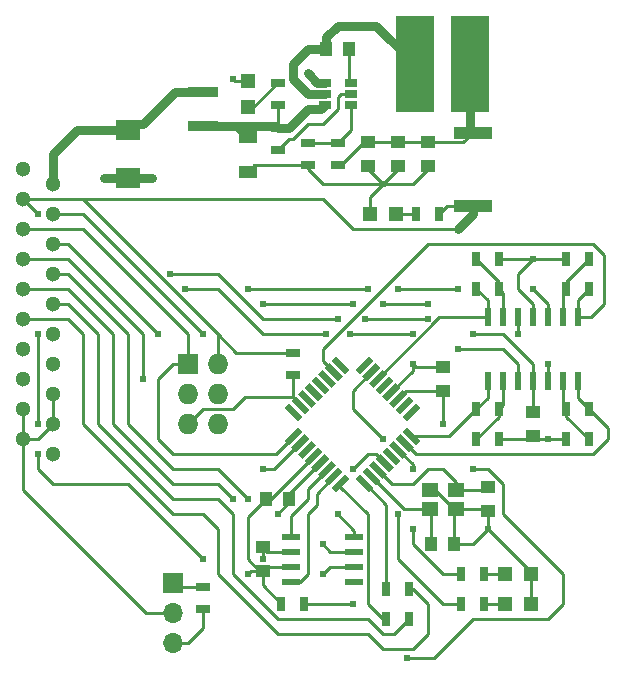
<source format=gbr>
G04 #@! TF.FileFunction,Copper,L1,Top,Signal*
%FSLAX46Y46*%
G04 Gerber Fmt 4.6, Leading zero omitted, Abs format (unit mm)*
G04 Created by KiCad (PCBNEW 4.0.7-e2-6376~58~ubuntu16.04.1) date Mon Feb 12 21:41:58 2018*
%MOMM*%
%LPD*%
G01*
G04 APERTURE LIST*
%ADD10C,0.100000*%
%ADD11R,1.000000X1.250000*%
%ADD12R,1.250000X1.000000*%
%ADD13R,1.600000X1.000000*%
%ADD14R,1.200000X1.200000*%
%ADD15R,2.159000X1.778000*%
%ADD16R,2.500000X0.900000*%
%ADD17R,1.700000X1.700000*%
%ADD18O,1.700000X1.700000*%
%ADD19C,1.300000*%
%ADD20R,1.727200X1.727200*%
%ADD21O,1.727200X1.727200*%
%ADD22R,3.300000X8.200000*%
%ADD23R,0.700000X1.300000*%
%ADD24R,1.300000X0.700000*%
%ADD25R,3.200000X1.000000*%
%ADD26R,1.550000X0.600000*%
%ADD27R,1.060000X0.650000*%
%ADD28R,0.600000X1.500000*%
%ADD29R,1.400000X1.200000*%
%ADD30C,0.609600*%
%ADD31C,0.762000*%
%ADD32C,0.254000*%
G04 APERTURE END LIST*
D10*
D11*
X208550000Y-101600000D03*
X210550000Y-101600000D03*
D12*
X223520000Y-92440000D03*
X223520000Y-90440000D03*
D13*
X207010000Y-70890000D03*
X207010000Y-73890000D03*
D12*
X208280000Y-107680000D03*
X208280000Y-105680000D03*
D11*
X215630000Y-63500000D03*
X213630000Y-63500000D03*
D12*
X217170000Y-71390000D03*
X217170000Y-73390000D03*
X219710000Y-71390000D03*
X219710000Y-73390000D03*
X222250000Y-71390000D03*
X222250000Y-73390000D03*
X227330000Y-100600000D03*
X227330000Y-102600000D03*
D11*
X222520000Y-105410000D03*
X224520000Y-105410000D03*
D12*
X231140000Y-94250000D03*
X231140000Y-96250000D03*
D14*
X228770000Y-110490000D03*
X230970000Y-110490000D03*
X228770000Y-107950000D03*
X230970000Y-107950000D03*
D15*
X196850000Y-74422000D03*
X196850000Y-70358000D03*
D14*
X207010000Y-68410000D03*
X207010000Y-66210000D03*
X219540000Y-77470000D03*
X217340000Y-77470000D03*
D16*
X203200000Y-67130000D03*
X203200000Y-70030000D03*
D10*
G36*
X210543666Y-97035445D02*
X210154757Y-96646536D01*
X211286128Y-95515165D01*
X211675037Y-95904074D01*
X210543666Y-97035445D01*
X210543666Y-97035445D01*
G37*
G36*
X211109352Y-97601130D02*
X210720443Y-97212221D01*
X211851814Y-96080850D01*
X212240723Y-96469759D01*
X211109352Y-97601130D01*
X211109352Y-97601130D01*
G37*
G36*
X211675037Y-98166816D02*
X211286128Y-97777907D01*
X212417499Y-96646536D01*
X212806408Y-97035445D01*
X211675037Y-98166816D01*
X211675037Y-98166816D01*
G37*
G36*
X212240722Y-98732501D02*
X211851813Y-98343592D01*
X212983184Y-97212221D01*
X213372093Y-97601130D01*
X212240722Y-98732501D01*
X212240722Y-98732501D01*
G37*
G36*
X212806408Y-99298187D02*
X212417499Y-98909278D01*
X213548870Y-97777907D01*
X213937779Y-98166816D01*
X212806408Y-99298187D01*
X212806408Y-99298187D01*
G37*
G36*
X213372093Y-99863872D02*
X212983184Y-99474963D01*
X214114555Y-98343592D01*
X214503464Y-98732501D01*
X213372093Y-99863872D01*
X213372093Y-99863872D01*
G37*
G36*
X213937779Y-100429557D02*
X213548870Y-100040648D01*
X214680241Y-98909277D01*
X215069150Y-99298186D01*
X213937779Y-100429557D01*
X213937779Y-100429557D01*
G37*
G36*
X214503464Y-100995243D02*
X214114555Y-100606334D01*
X215245926Y-99474963D01*
X215634835Y-99863872D01*
X214503464Y-100995243D01*
X214503464Y-100995243D01*
G37*
G36*
X217685445Y-100606334D02*
X217296536Y-100995243D01*
X216165165Y-99863872D01*
X216554074Y-99474963D01*
X217685445Y-100606334D01*
X217685445Y-100606334D01*
G37*
G36*
X218251130Y-100040648D02*
X217862221Y-100429557D01*
X216730850Y-99298186D01*
X217119759Y-98909277D01*
X218251130Y-100040648D01*
X218251130Y-100040648D01*
G37*
G36*
X218816816Y-99474963D02*
X218427907Y-99863872D01*
X217296536Y-98732501D01*
X217685445Y-98343592D01*
X218816816Y-99474963D01*
X218816816Y-99474963D01*
G37*
G36*
X219382501Y-98909278D02*
X218993592Y-99298187D01*
X217862221Y-98166816D01*
X218251130Y-97777907D01*
X219382501Y-98909278D01*
X219382501Y-98909278D01*
G37*
G36*
X219948187Y-98343592D02*
X219559278Y-98732501D01*
X218427907Y-97601130D01*
X218816816Y-97212221D01*
X219948187Y-98343592D01*
X219948187Y-98343592D01*
G37*
G36*
X220513872Y-97777907D02*
X220124963Y-98166816D01*
X218993592Y-97035445D01*
X219382501Y-96646536D01*
X220513872Y-97777907D01*
X220513872Y-97777907D01*
G37*
G36*
X221079557Y-97212221D02*
X220690648Y-97601130D01*
X219559277Y-96469759D01*
X219948186Y-96080850D01*
X221079557Y-97212221D01*
X221079557Y-97212221D01*
G37*
G36*
X221645243Y-96646536D02*
X221256334Y-97035445D01*
X220124963Y-95904074D01*
X220513872Y-95515165D01*
X221645243Y-96646536D01*
X221645243Y-96646536D01*
G37*
G36*
X220513872Y-94984835D02*
X220124963Y-94595926D01*
X221256334Y-93464555D01*
X221645243Y-93853464D01*
X220513872Y-94984835D01*
X220513872Y-94984835D01*
G37*
G36*
X219948186Y-94419150D02*
X219559277Y-94030241D01*
X220690648Y-92898870D01*
X221079557Y-93287779D01*
X219948186Y-94419150D01*
X219948186Y-94419150D01*
G37*
G36*
X219382501Y-93853464D02*
X218993592Y-93464555D01*
X220124963Y-92333184D01*
X220513872Y-92722093D01*
X219382501Y-93853464D01*
X219382501Y-93853464D01*
G37*
G36*
X218816816Y-93287779D02*
X218427907Y-92898870D01*
X219559278Y-91767499D01*
X219948187Y-92156408D01*
X218816816Y-93287779D01*
X218816816Y-93287779D01*
G37*
G36*
X218251130Y-92722093D02*
X217862221Y-92333184D01*
X218993592Y-91201813D01*
X219382501Y-91590722D01*
X218251130Y-92722093D01*
X218251130Y-92722093D01*
G37*
G36*
X217685445Y-92156408D02*
X217296536Y-91767499D01*
X218427907Y-90636128D01*
X218816816Y-91025037D01*
X217685445Y-92156408D01*
X217685445Y-92156408D01*
G37*
G36*
X217119759Y-91590723D02*
X216730850Y-91201814D01*
X217862221Y-90070443D01*
X218251130Y-90459352D01*
X217119759Y-91590723D01*
X217119759Y-91590723D01*
G37*
G36*
X216554074Y-91025037D02*
X216165165Y-90636128D01*
X217296536Y-89504757D01*
X217685445Y-89893666D01*
X216554074Y-91025037D01*
X216554074Y-91025037D01*
G37*
G36*
X215634835Y-90636128D02*
X215245926Y-91025037D01*
X214114555Y-89893666D01*
X214503464Y-89504757D01*
X215634835Y-90636128D01*
X215634835Y-90636128D01*
G37*
G36*
X215069150Y-91201814D02*
X214680241Y-91590723D01*
X213548870Y-90459352D01*
X213937779Y-90070443D01*
X215069150Y-91201814D01*
X215069150Y-91201814D01*
G37*
G36*
X214503464Y-91767499D02*
X214114555Y-92156408D01*
X212983184Y-91025037D01*
X213372093Y-90636128D01*
X214503464Y-91767499D01*
X214503464Y-91767499D01*
G37*
G36*
X213937779Y-92333184D02*
X213548870Y-92722093D01*
X212417499Y-91590722D01*
X212806408Y-91201813D01*
X213937779Y-92333184D01*
X213937779Y-92333184D01*
G37*
G36*
X213372093Y-92898870D02*
X212983184Y-93287779D01*
X211851813Y-92156408D01*
X212240722Y-91767499D01*
X213372093Y-92898870D01*
X213372093Y-92898870D01*
G37*
G36*
X212806408Y-93464555D02*
X212417499Y-93853464D01*
X211286128Y-92722093D01*
X211675037Y-92333184D01*
X212806408Y-93464555D01*
X212806408Y-93464555D01*
G37*
G36*
X212240723Y-94030241D02*
X211851814Y-94419150D01*
X210720443Y-93287779D01*
X211109352Y-92898870D01*
X212240723Y-94030241D01*
X212240723Y-94030241D01*
G37*
G36*
X211675037Y-94595926D02*
X211286128Y-94984835D01*
X210154757Y-93853464D01*
X210543666Y-93464555D01*
X211675037Y-94595926D01*
X211675037Y-94595926D01*
G37*
D17*
X200660000Y-108712000D03*
D18*
X200660000Y-111252000D03*
X200660000Y-113792000D03*
D19*
X187960000Y-78740000D03*
X187960000Y-76200000D03*
X187960000Y-73660000D03*
X187960000Y-81280000D03*
X190500000Y-74930000D03*
X190500000Y-77470000D03*
X190500000Y-80010000D03*
X190500000Y-82550000D03*
X187960000Y-83820000D03*
X190500000Y-85090000D03*
X187960000Y-86360000D03*
X190500000Y-87630000D03*
X187960000Y-88900000D03*
X190500000Y-90170000D03*
X187960000Y-91440000D03*
X190500000Y-92710000D03*
X187960000Y-93980000D03*
X190500000Y-95250000D03*
X187960000Y-96520000D03*
X190500000Y-97790000D03*
D20*
X201930000Y-90170000D03*
D21*
X204470000Y-90170000D03*
X201930000Y-92710000D03*
X204470000Y-92710000D03*
X201930000Y-95250000D03*
X204470000Y-95250000D03*
D22*
X221170000Y-64770000D03*
X225870000Y-64770000D03*
D23*
X227010000Y-110490000D03*
X225110000Y-110490000D03*
X227010000Y-107950000D03*
X225110000Y-107950000D03*
D24*
X203200000Y-109032000D03*
X203200000Y-110932000D03*
X209550000Y-68260000D03*
X209550000Y-66360000D03*
D23*
X209870000Y-110490000D03*
X211770000Y-110490000D03*
D24*
X209550000Y-70170000D03*
X209550000Y-72070000D03*
X212090000Y-71440000D03*
X212090000Y-73340000D03*
X214630000Y-71440000D03*
X214630000Y-73340000D03*
D25*
X226060000Y-76760000D03*
X226060000Y-70560000D03*
D23*
X220660000Y-111760000D03*
X218760000Y-111760000D03*
X220660000Y-109220000D03*
X218760000Y-109220000D03*
X223200000Y-77470000D03*
X221300000Y-77470000D03*
D24*
X210820000Y-89220000D03*
X210820000Y-91120000D03*
D23*
X226380000Y-83820000D03*
X228280000Y-83820000D03*
X226380000Y-81280000D03*
X228280000Y-81280000D03*
X235900000Y-83820000D03*
X234000000Y-83820000D03*
X235900000Y-81280000D03*
X234000000Y-81280000D03*
X235900000Y-93980000D03*
X234000000Y-93980000D03*
X235900000Y-96520000D03*
X234000000Y-96520000D03*
X226380000Y-93980000D03*
X228280000Y-93980000D03*
X226380000Y-96520000D03*
X228280000Y-96520000D03*
D26*
X210660000Y-104775000D03*
X210660000Y-106045000D03*
X210660000Y-107315000D03*
X210660000Y-108585000D03*
X216060000Y-108585000D03*
X216060000Y-107315000D03*
X216060000Y-106045000D03*
X216060000Y-104775000D03*
D27*
X213530000Y-66360000D03*
X213530000Y-67310000D03*
X213530000Y-68260000D03*
X215730000Y-68260000D03*
X215730000Y-66360000D03*
X215730000Y-67310000D03*
D28*
X227330000Y-91600000D03*
X228600000Y-91600000D03*
X229870000Y-91600000D03*
X231140000Y-91600000D03*
X232410000Y-91600000D03*
X233680000Y-91600000D03*
X234950000Y-91600000D03*
X234950000Y-86200000D03*
X233680000Y-86200000D03*
X232410000Y-86200000D03*
X231140000Y-86200000D03*
X229870000Y-86200000D03*
X228600000Y-86200000D03*
X227330000Y-86200000D03*
D29*
X224620000Y-100800000D03*
X222420000Y-100800000D03*
X222420000Y-102400000D03*
X224620000Y-102400000D03*
D30*
X226060000Y-87630000D03*
X224790000Y-78740000D03*
X207010000Y-107950000D03*
X203200000Y-106680000D03*
X189230000Y-97790000D03*
X189230000Y-95250000D03*
X189230000Y-87630000D03*
X189230000Y-77470000D03*
X198882000Y-74422000D03*
X194818000Y-74422000D03*
X212090000Y-65532000D03*
X231140000Y-81280000D03*
X208280000Y-106680000D03*
X214630000Y-102870000D03*
X209550000Y-102870000D03*
X232410000Y-96520000D03*
X220980000Y-90170000D03*
X205740000Y-66040000D03*
X218440000Y-74930000D03*
X227330000Y-104140000D03*
X220472000Y-115062000D03*
X226060000Y-99060000D03*
X223520000Y-95250000D03*
X215900000Y-110490000D03*
X208280000Y-99060000D03*
X203200000Y-87630000D03*
X215900000Y-99060000D03*
X199390000Y-87630000D03*
X219710000Y-102870000D03*
X218440000Y-96520000D03*
X220980000Y-104140000D03*
X220980000Y-99060000D03*
X198120000Y-91440000D03*
X213360000Y-105410000D03*
X207010000Y-101600000D03*
X213360000Y-107950000D03*
X205740000Y-101600000D03*
X200406000Y-82550000D03*
X224790000Y-88900000D03*
X214630000Y-86360000D03*
X222250000Y-86360000D03*
X216916000Y-86360000D03*
X201676000Y-83820000D03*
X232410000Y-90170000D03*
X220980000Y-87630000D03*
X215646000Y-87630000D03*
X213614000Y-87630000D03*
X231140000Y-83820000D03*
X224790000Y-83820000D03*
X219710000Y-83820000D03*
X217170000Y-83820000D03*
X207010000Y-83820000D03*
X208280000Y-85090000D03*
X229870000Y-87630000D03*
X222250000Y-85090000D03*
X218440000Y-85090000D03*
X215900000Y-85090000D03*
D31*
X226060000Y-76760000D02*
X226060000Y-77470000D01*
X226060000Y-77470000D02*
X224790000Y-78740000D01*
D32*
X210660000Y-107315000D02*
X208645000Y-107315000D01*
X208645000Y-107315000D02*
X208280000Y-107680000D01*
X231140000Y-90170000D02*
X228600000Y-87630000D01*
X228600000Y-87630000D02*
X226060000Y-87630000D01*
X231140000Y-91600000D02*
X231140000Y-90170000D01*
X187960000Y-76200000D02*
X189230000Y-77470000D01*
X207280000Y-107680000D02*
X208280000Y-107680000D01*
X207010000Y-107950000D02*
X207280000Y-107680000D01*
X196850000Y-100330000D02*
X203200000Y-106680000D01*
X190500000Y-100330000D02*
X196850000Y-100330000D01*
X189230000Y-99060000D02*
X190500000Y-100330000D01*
X189230000Y-97790000D02*
X189230000Y-99060000D01*
X189230000Y-87630000D02*
X189230000Y-95250000D01*
X204470000Y-87630000D02*
X193040000Y-76200000D01*
X210820000Y-89220000D02*
X206060000Y-89220000D01*
X206060000Y-89220000D02*
X204470000Y-87630000D01*
X204470000Y-90170000D02*
X204470000Y-87630000D01*
X187960000Y-76200000D02*
X193040000Y-76200000D01*
X195580000Y-76200000D02*
X213360000Y-76200000D01*
X215900000Y-78740000D02*
X224790000Y-78740000D01*
X213360000Y-76200000D02*
X215900000Y-78740000D01*
X193040000Y-76200000D02*
X195580000Y-76200000D01*
X208280000Y-107680000D02*
X208280000Y-108900000D01*
X208280000Y-108900000D02*
X209870000Y-110490000D01*
X208550000Y-101600000D02*
X208984314Y-101600000D01*
X208984314Y-101600000D02*
X212611953Y-97972361D01*
X208280000Y-107680000D02*
X208010000Y-107680000D01*
X208010000Y-107680000D02*
X207010000Y-106680000D01*
X207010000Y-103140000D02*
X208550000Y-101600000D01*
X207010000Y-106680000D02*
X207010000Y-104140000D01*
X207010000Y-104140000D02*
X207010000Y-103140000D01*
X231140000Y-94250000D02*
X231140000Y-91600000D01*
X226060000Y-76760000D02*
X223910000Y-76760000D01*
X223910000Y-76760000D02*
X223200000Y-77470000D01*
D31*
X196850000Y-74422000D02*
X198882000Y-74422000D01*
X196850000Y-74422000D02*
X194818000Y-74422000D01*
X213530000Y-66360000D02*
X212918000Y-66360000D01*
X212918000Y-66360000D02*
X212090000Y-65532000D01*
D32*
X222420000Y-100800000D02*
X222920000Y-100800000D01*
X222920000Y-100800000D02*
X224520000Y-102400000D01*
X224520000Y-102400000D02*
X224620000Y-102400000D01*
X231140000Y-86200000D02*
X231140000Y-85090000D01*
X231140000Y-81280000D02*
X228280000Y-81280000D01*
X229870000Y-82550000D02*
X231140000Y-81280000D01*
X229870000Y-83820000D02*
X229870000Y-82550000D01*
X231140000Y-85090000D02*
X229870000Y-83820000D01*
X208280000Y-105680000D02*
X208280000Y-106680000D01*
X216060000Y-104775000D02*
X216060000Y-104300000D01*
X216060000Y-104300000D02*
X214630000Y-102870000D01*
X210550000Y-101600000D02*
X210550000Y-101870000D01*
X210550000Y-101870000D02*
X209550000Y-102870000D01*
X228280000Y-96520000D02*
X230870000Y-96520000D01*
X230870000Y-96520000D02*
X234000000Y-96520000D01*
X234000000Y-96520000D02*
X232410000Y-96520000D01*
X220980000Y-90170000D02*
X220980000Y-90735686D01*
X221250000Y-90440000D02*
X220980000Y-90170000D01*
X223520000Y-90440000D02*
X221250000Y-90440000D01*
X220980000Y-90735686D02*
X219188047Y-92527639D01*
X234000000Y-81280000D02*
X228280000Y-81280000D01*
X207010000Y-66210000D02*
X205910000Y-66210000D01*
X205910000Y-66210000D02*
X205740000Y-66040000D01*
X212090000Y-73340000D02*
X212090000Y-73660000D01*
X212090000Y-73660000D02*
X213360000Y-74930000D01*
X213360000Y-74930000D02*
X218440000Y-74930000D01*
X230970000Y-107950000D02*
X230970000Y-107780000D01*
X230970000Y-107780000D02*
X227330000Y-104140000D01*
X230970000Y-110490000D02*
X230970000Y-107950000D01*
X230970000Y-107950000D02*
X231140000Y-107780000D01*
X227330000Y-102600000D02*
X227330000Y-104140000D01*
X226060000Y-105410000D02*
X224520000Y-105410000D01*
X227330000Y-104140000D02*
X226060000Y-105410000D01*
X203200000Y-110932000D02*
X203200000Y-112522000D01*
X201930000Y-113792000D02*
X200660000Y-113792000D01*
X203200000Y-112522000D02*
X201930000Y-113792000D01*
X210550000Y-101600000D02*
X210550000Y-101165686D01*
X210550000Y-101165686D02*
X213177639Y-98538047D01*
X210660000Y-106045000D02*
X208645000Y-106045000D01*
X208645000Y-106045000D02*
X208280000Y-105680000D01*
X224520000Y-105410000D02*
X224520000Y-102500000D01*
X224520000Y-102500000D02*
X224620000Y-102400000D01*
X224620000Y-102400000D02*
X227130000Y-102400000D01*
X227130000Y-102400000D02*
X227330000Y-102600000D01*
X197382000Y-73890000D02*
X196850000Y-74422000D01*
X212090000Y-73340000D02*
X207560000Y-73340000D01*
X207560000Y-73340000D02*
X207010000Y-73890000D01*
X218440000Y-74930000D02*
X220980000Y-74930000D01*
X220980000Y-74930000D02*
X222250000Y-73660000D01*
X222250000Y-73660000D02*
X222250000Y-73390000D01*
X218440000Y-74930000D02*
X219710000Y-73660000D01*
X219710000Y-73660000D02*
X219710000Y-73390000D01*
X217170000Y-73390000D02*
X217170000Y-73660000D01*
X217170000Y-73660000D02*
X218440000Y-74930000D01*
X217340000Y-77470000D02*
X217340000Y-76030000D01*
X217340000Y-76030000D02*
X218440000Y-74930000D01*
X220472000Y-115062000D02*
X222758000Y-115062000D01*
X222758000Y-115062000D02*
X226060000Y-111760000D01*
X226060000Y-111760000D02*
X232410000Y-111760000D01*
X232410000Y-111760000D02*
X233680000Y-110490000D01*
X233680000Y-110490000D02*
X233680000Y-107950000D01*
X233680000Y-107950000D02*
X228600000Y-102870000D01*
X228600000Y-102870000D02*
X228600000Y-100330000D01*
X228600000Y-100330000D02*
X227330000Y-99060000D01*
X227330000Y-99060000D02*
X226060000Y-99060000D01*
X223520000Y-92440000D02*
X223520000Y-95250000D01*
X223520000Y-92440000D02*
X220407056Y-92440000D01*
X220407056Y-92440000D02*
X219753732Y-93093324D01*
X215900000Y-110490000D02*
X211770000Y-110490000D01*
D31*
X209550000Y-70170000D02*
X210500000Y-70170000D01*
X212090000Y-68580000D02*
X213210000Y-68580000D01*
X210500000Y-70170000D02*
X212090000Y-68580000D01*
X213210000Y-68580000D02*
X213530000Y-68260000D01*
X205740000Y-70030000D02*
X209410000Y-70030000D01*
X209410000Y-70030000D02*
X209550000Y-70170000D01*
X203200000Y-70030000D02*
X205740000Y-70030000D01*
X205740000Y-70030000D02*
X206150000Y-70030000D01*
X206150000Y-70030000D02*
X207010000Y-70890000D01*
D32*
X209550000Y-68260000D02*
X209550000Y-70170000D01*
X215630000Y-63500000D02*
X215630000Y-66260000D01*
X215630000Y-66260000D02*
X215730000Y-66360000D01*
D31*
X213530000Y-67310000D02*
X212090000Y-67310000D01*
X212090000Y-63500000D02*
X213630000Y-63500000D01*
X210820000Y-64770000D02*
X212090000Y-63500000D01*
X210820000Y-66040000D02*
X210820000Y-64770000D01*
X212090000Y-67310000D02*
X210820000Y-66040000D01*
X213630000Y-63500000D02*
X213630000Y-62500000D01*
X217900000Y-61500000D02*
X221170000Y-64770000D01*
X214630000Y-61500000D02*
X217900000Y-61500000D01*
X213630000Y-62500000D02*
X214630000Y-61500000D01*
D32*
X222250000Y-71390000D02*
X225230000Y-71390000D01*
X225230000Y-71390000D02*
X226060000Y-70560000D01*
X214630000Y-73340000D02*
X214950000Y-73340000D01*
X214950000Y-73340000D02*
X216900000Y-71390000D01*
X216900000Y-71390000D02*
X219710000Y-71390000D01*
X219710000Y-71390000D02*
X222250000Y-71390000D01*
D31*
X225870000Y-64770000D02*
X225870000Y-70370000D01*
X225870000Y-70370000D02*
X226060000Y-70560000D01*
D32*
X224620000Y-100800000D02*
X227130000Y-100800000D01*
X227130000Y-100800000D02*
X227330000Y-100600000D01*
X224620000Y-100800000D02*
X224620000Y-100160000D01*
X219282944Y-100330000D02*
X218056676Y-99103732D01*
X220980000Y-100330000D02*
X219282944Y-100330000D01*
X222250000Y-99060000D02*
X220980000Y-100330000D01*
X223520000Y-99060000D02*
X222250000Y-99060000D01*
X224620000Y-100160000D02*
X223520000Y-99060000D01*
X220510000Y-102400000D02*
X220221573Y-102400000D01*
X222420000Y-102400000D02*
X220510000Y-102400000D01*
X220221573Y-102400000D02*
X217490990Y-99669417D01*
X222520000Y-105410000D02*
X222520000Y-102500000D01*
X222520000Y-102500000D02*
X222420000Y-102400000D01*
X227010000Y-110490000D02*
X228770000Y-110490000D01*
X227010000Y-107950000D02*
X228770000Y-107950000D01*
D31*
X196850000Y-70358000D02*
X192532000Y-70358000D01*
X190500000Y-72390000D02*
X190500000Y-74930000D01*
X192532000Y-70358000D02*
X190500000Y-72390000D01*
X203200000Y-67130000D02*
X200840000Y-67130000D01*
X198120000Y-69850000D02*
X196850000Y-69850000D01*
X200840000Y-67130000D02*
X198120000Y-69850000D01*
D32*
X207010000Y-68410000D02*
X207500000Y-68410000D01*
X207500000Y-68410000D02*
X209550000Y-66360000D01*
X221300000Y-77470000D02*
X219540000Y-77470000D01*
X201930000Y-90170000D02*
X201930000Y-87630000D01*
X193040000Y-78740000D02*
X187960000Y-78740000D01*
X201930000Y-87630000D02*
X193040000Y-78740000D01*
X201930000Y-90170000D02*
X200660000Y-90170000D01*
X209400202Y-97790000D02*
X210914897Y-96275305D01*
X200660000Y-97790000D02*
X209400202Y-97790000D01*
X199390000Y-96520000D02*
X200660000Y-97790000D01*
X199390000Y-91440000D02*
X199390000Y-96520000D01*
X200660000Y-90170000D02*
X199390000Y-91440000D01*
X208280000Y-99060000D02*
X209261573Y-99060000D01*
X209261573Y-99060000D02*
X211480583Y-96840990D01*
X190500000Y-77470000D02*
X193040000Y-77470000D01*
X193040000Y-77470000D02*
X203200000Y-87630000D01*
X210660000Y-104775000D02*
X210660000Y-103030000D01*
X212090000Y-100757056D02*
X213743324Y-99103732D01*
X212090000Y-101600000D02*
X212090000Y-100757056D01*
X210660000Y-103030000D02*
X212090000Y-101600000D01*
X210660000Y-108585000D02*
X211455000Y-108585000D01*
X211455000Y-108585000D02*
X212090000Y-107950000D01*
X212090000Y-107950000D02*
X212090000Y-102870000D01*
X212090000Y-102870000D02*
X212852000Y-102108000D01*
X212852000Y-102108000D02*
X212852000Y-101126427D01*
X212852000Y-101126427D02*
X214309010Y-99669417D01*
X217170000Y-104140000D02*
X217170000Y-102870000D01*
X217170000Y-110490000D02*
X217170000Y-104140000D01*
X218440000Y-111760000D02*
X217170000Y-110490000D01*
X217170000Y-102870000D02*
X214874695Y-100574695D01*
X214874695Y-100574695D02*
X214874695Y-100235103D01*
X218760000Y-111760000D02*
X218440000Y-111760000D01*
X218760000Y-109220000D02*
X218760000Y-102069798D01*
X218760000Y-102069798D02*
X216925305Y-100235103D01*
X217874314Y-97790000D02*
X218622361Y-98538047D01*
X217170000Y-97790000D02*
X217874314Y-97790000D01*
X215900000Y-99060000D02*
X217170000Y-97790000D01*
X190500000Y-80010000D02*
X191770000Y-80010000D01*
X191770000Y-80010000D02*
X199390000Y-87630000D01*
X236220000Y-97790000D02*
X221268427Y-97790000D01*
X235900000Y-93980000D02*
X237490000Y-95570000D01*
X237490000Y-96520000D02*
X237490000Y-95570000D01*
X236220000Y-97790000D02*
X237490000Y-96520000D01*
X221268427Y-97790000D02*
X220319417Y-96840990D01*
X234950000Y-91600000D02*
X234950000Y-93030000D01*
X234950000Y-93030000D02*
X235900000Y-93980000D01*
X220885103Y-96275305D02*
X224084695Y-96275305D01*
X224084695Y-96275305D02*
X226380000Y-93980000D01*
X227330000Y-91600000D02*
X227330000Y-93030000D01*
X227330000Y-93030000D02*
X226380000Y-93980000D01*
X227330000Y-86200000D02*
X223252944Y-86200000D01*
X223252944Y-86200000D02*
X218056676Y-91396268D01*
X227330000Y-86200000D02*
X227330000Y-84770000D01*
X227330000Y-84770000D02*
X226380000Y-83820000D01*
X223520000Y-110490000D02*
X219710000Y-106680000D01*
X219710000Y-106680000D02*
X219710000Y-102870000D01*
X218440000Y-96520000D02*
X215900000Y-93980000D01*
X215900000Y-93980000D02*
X215900000Y-92421573D01*
X217490990Y-90830583D02*
X215900000Y-92421573D01*
X223520000Y-110490000D02*
X225110000Y-110490000D01*
X220980000Y-99060000D02*
X220980000Y-98632944D01*
X223520000Y-107950000D02*
X220980000Y-105410000D01*
X220980000Y-105410000D02*
X220980000Y-104140000D01*
X225110000Y-107950000D02*
X223520000Y-107950000D01*
X220980000Y-98632944D02*
X219753732Y-97406676D01*
X234950000Y-86200000D02*
X236060000Y-86200000D01*
X213360000Y-89881573D02*
X214309010Y-90830583D01*
X213360000Y-88900000D02*
X213360000Y-89881573D01*
X222250000Y-80010000D02*
X213360000Y-88900000D01*
X236220000Y-80010000D02*
X222250000Y-80010000D01*
X237170000Y-80960000D02*
X236220000Y-80010000D01*
X237170000Y-85090000D02*
X237170000Y-80960000D01*
X236060000Y-86200000D02*
X237170000Y-85090000D01*
X234950000Y-86200000D02*
X234950000Y-84770000D01*
X234950000Y-84770000D02*
X235900000Y-83820000D01*
X205740000Y-93980000D02*
X206756000Y-92964000D01*
X203200000Y-93980000D02*
X205740000Y-93980000D01*
X201930000Y-95250000D02*
X203200000Y-93980000D01*
X210820000Y-92964000D02*
X210820000Y-92998427D01*
X206756000Y-92964000D02*
X210820000Y-92964000D01*
X210820000Y-91120000D02*
X210820000Y-92998427D01*
X210820000Y-92998427D02*
X211480583Y-93659010D01*
X187960000Y-81280000D02*
X191770000Y-81280000D01*
X198120000Y-87630000D02*
X198120000Y-91440000D01*
X191770000Y-81280000D02*
X198120000Y-87630000D01*
X203200000Y-109032000D02*
X200980000Y-109032000D01*
X200980000Y-109032000D02*
X200660000Y-108712000D01*
X187960000Y-96520000D02*
X187960000Y-100838000D01*
X198374000Y-111252000D02*
X200660000Y-111252000D01*
X187960000Y-100838000D02*
X198374000Y-111252000D01*
X187960000Y-93980000D02*
X187960000Y-96520000D01*
X190500000Y-92710000D02*
X190500000Y-95250000D01*
X190500000Y-95250000D02*
X189230000Y-96520000D01*
X189230000Y-96520000D02*
X187960000Y-96520000D01*
X190500000Y-82550000D02*
X191770000Y-82550000D01*
X213995000Y-106045000D02*
X216060000Y-106045000D01*
X213360000Y-105410000D02*
X213995000Y-106045000D01*
X204470000Y-99060000D02*
X207010000Y-101600000D01*
X200660000Y-99060000D02*
X204470000Y-99060000D01*
X196850000Y-95250000D02*
X200660000Y-99060000D01*
X196850000Y-87630000D02*
X196850000Y-95250000D01*
X191770000Y-82550000D02*
X196850000Y-87630000D01*
X187960000Y-83820000D02*
X191770000Y-83820000D01*
X213995000Y-107315000D02*
X216060000Y-107315000D01*
X213360000Y-107950000D02*
X213995000Y-107315000D01*
X204470000Y-100330000D02*
X205740000Y-101600000D01*
X200660000Y-100330000D02*
X204470000Y-100330000D01*
X195580000Y-95250000D02*
X200660000Y-100330000D01*
X195580000Y-87630000D02*
X195580000Y-95250000D01*
X191770000Y-83820000D02*
X195580000Y-87630000D01*
X190500000Y-85090000D02*
X191770000Y-85090000D01*
X219390000Y-113030000D02*
X220660000Y-111760000D01*
X218440000Y-113030000D02*
X219390000Y-113030000D01*
X217170000Y-111760000D02*
X218440000Y-113030000D01*
X209550000Y-111760000D02*
X217170000Y-111760000D01*
X205740000Y-107950000D02*
X209550000Y-111760000D01*
X205740000Y-102870000D02*
X205740000Y-107950000D01*
X204470000Y-101600000D02*
X205740000Y-102870000D01*
X200660000Y-101600000D02*
X204470000Y-101600000D01*
X194310000Y-95250000D02*
X200660000Y-101600000D01*
X194310000Y-87630000D02*
X194310000Y-95250000D01*
X191770000Y-85090000D02*
X194310000Y-87630000D01*
X187960000Y-86360000D02*
X191770000Y-86360000D01*
X222250000Y-110490000D02*
X220980000Y-109220000D01*
X222250000Y-113030000D02*
X222250000Y-110490000D01*
X220980000Y-114300000D02*
X222250000Y-113030000D01*
X219710000Y-114300000D02*
X220980000Y-114300000D01*
X218440000Y-114300000D02*
X219710000Y-114300000D01*
X217170000Y-113030000D02*
X218440000Y-114300000D01*
X209550000Y-113030000D02*
X217170000Y-113030000D01*
X204470000Y-107950000D02*
X209550000Y-113030000D01*
X204470000Y-104140000D02*
X204470000Y-107950000D01*
X203200000Y-102870000D02*
X204470000Y-104140000D01*
X200660000Y-102870000D02*
X203200000Y-102870000D01*
X193040000Y-95250000D02*
X200660000Y-102870000D01*
X193040000Y-87630000D02*
X193040000Y-95250000D01*
X191770000Y-86360000D02*
X193040000Y-87630000D01*
X220980000Y-109220000D02*
X220660000Y-109220000D01*
X229870000Y-91600000D02*
X229870000Y-90170000D01*
X228600000Y-88900000D02*
X229870000Y-90170000D01*
X224790000Y-88900000D02*
X228600000Y-88900000D01*
X214630000Y-86360000D02*
X209550000Y-86360000D01*
X204470000Y-82550000D02*
X208280000Y-86360000D01*
X208280000Y-86360000D02*
X209550000Y-86360000D01*
X204470000Y-82550000D02*
X200406000Y-82550000D01*
X216916000Y-86360000D02*
X222250000Y-86360000D01*
X213360000Y-87630000D02*
X213614000Y-87630000D01*
X201676000Y-83820000D02*
X204470000Y-83820000D01*
X204470000Y-83820000D02*
X205740000Y-85090000D01*
X208280000Y-87630000D02*
X209550000Y-87630000D01*
X205740000Y-85090000D02*
X208280000Y-87630000D01*
X213360000Y-87630000D02*
X209550000Y-87630000D01*
X232410000Y-90170000D02*
X232410000Y-91600000D01*
X215646000Y-87630000D02*
X220980000Y-87630000D01*
X232410000Y-85090000D02*
X232410000Y-86200000D01*
X231140000Y-83820000D02*
X232410000Y-85090000D01*
X219710000Y-83820000D02*
X224790000Y-83820000D01*
X207010000Y-83820000D02*
X217170000Y-83820000D01*
X229870000Y-87630000D02*
X229870000Y-86200000D01*
X218440000Y-85090000D02*
X222250000Y-85090000D01*
X208280000Y-85090000D02*
X215900000Y-85090000D01*
X214630000Y-68580000D02*
X214630000Y-67564000D01*
X214630000Y-68580000D02*
X213360000Y-69850000D01*
X213360000Y-69850000D02*
X212090000Y-69850000D01*
X212090000Y-69850000D02*
X210820000Y-71120000D01*
X210820000Y-71120000D02*
X210500000Y-71120000D01*
X209550000Y-72070000D02*
X210500000Y-71120000D01*
X214884000Y-67310000D02*
X215730000Y-67310000D01*
X214630000Y-67564000D02*
X214884000Y-67310000D01*
X215730000Y-68260000D02*
X215730000Y-70340000D01*
X215730000Y-70340000D02*
X214630000Y-71440000D01*
X214630000Y-71440000D02*
X212090000Y-71440000D01*
X228280000Y-83820000D02*
X228280000Y-83180000D01*
X228280000Y-83180000D02*
X226380000Y-81280000D01*
X228600000Y-86200000D02*
X228600000Y-84140000D01*
X228600000Y-84140000D02*
X228280000Y-83820000D01*
X234000000Y-83820000D02*
X234000000Y-83180000D01*
X234000000Y-83180000D02*
X235900000Y-81280000D01*
X233680000Y-86200000D02*
X233680000Y-84140000D01*
X233680000Y-84140000D02*
X234000000Y-83820000D01*
X234000000Y-93980000D02*
X234000000Y-94620000D01*
X234000000Y-94620000D02*
X235900000Y-96520000D01*
X233680000Y-91600000D02*
X233680000Y-93660000D01*
X233680000Y-93660000D02*
X234000000Y-93980000D01*
X228280000Y-93980000D02*
X228280000Y-94620000D01*
X228280000Y-94620000D02*
X226380000Y-96520000D01*
X228600000Y-91600000D02*
X228600000Y-93660000D01*
X228600000Y-93660000D02*
X228280000Y-93980000D01*
M02*

</source>
